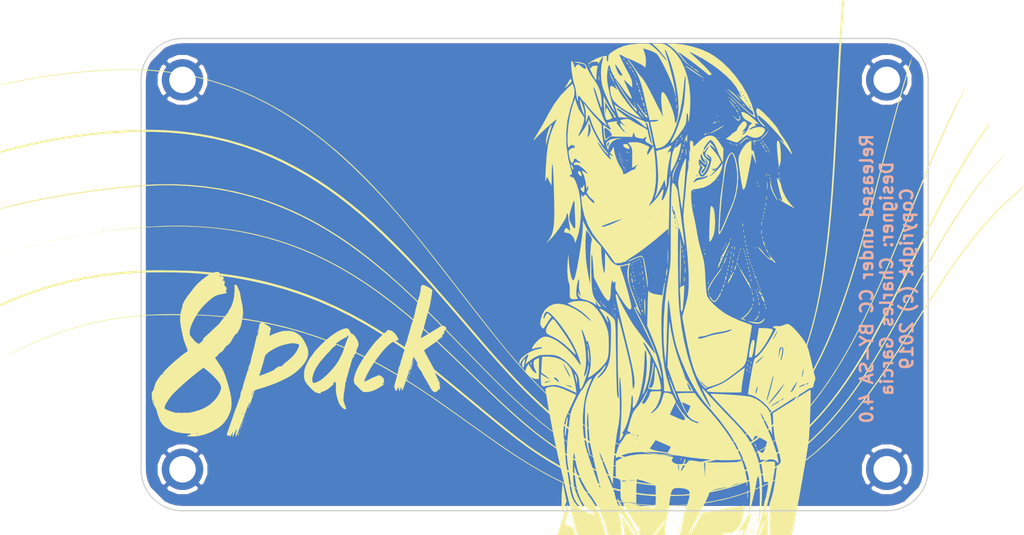
<source format=kicad_pcb>
(kicad_pcb (version 20171130) (host pcbnew 5.0.2-bee76a0~70~ubuntu18.04.1)
  (layers (0 F.Cu signal) (31 B.Cu signal) (34 B.Paste user) (35 F.Paste user) (36 B.SilkS user) (37 F.SilkS user) (38 B.Mask user) (39 F.Mask user) (44 Edge.Cuts user))
  (net 0 "")
  (net 1 GND)
  (module Connectors:1X01_NO_SILK (layer F.Cu) (at 226 74)
    (fp_text reference >NAME hide)
    (fp_text value >VALUE hide)
    (pad 1 thru_hole circle (at 0 0) (size 5 5) (drill 3.2) (layers *.Cu *.Mask) (net 1 GND))
  )
  (module Connectors:1X01_NO_SILK (layer F.Cu) (at 226 121)
    (fp_text reference >NAME hide)
    (fp_text value >VALUE hide)
    (pad 1 thru_hole circle (at 0 0) (size 5 5) (drill 3.2) (layers *.Cu *.Mask) (net 1 GND))
  )
  (module Connectors:1X01_NO_SILK (layer F.Cu) (at 141 121)
    (fp_text reference >NAME hide)
    (fp_text value >VALUE hide)
    (pad 1 thru_hole circle (at 0 0) (size 5 5) (drill 3.2) (layers *.Cu *.Mask) (net 1 GND))
  )
  (module Connectors:1X01_NO_SILK (layer F.Cu) (at 141 74)
    (fp_text reference >NAME hide)
    (fp_text value >VALUE hide)
    (pad 1 thru_hole circle (at 0 0) (size 5 5) (drill 3.2) (layers *.Cu *.Mask) (net 1 GND))
  )
  (module logos:logo_name (layer F.Cu) (at 156 107)
    (fp_text reference G*** hide)
    (fp_text value LOGO hide)
  )
  (module logos:bionic (layer F.Cu) (at 184 105)
    (fp_text reference G*** hide)
    (fp_text value LOGO hide)
  )
  (module logos:asuna (layer F.Cu) (at 197 119)
    (fp_text reference G*** hide)
    (fp_text value LOGO hide)
  )
  (gr_text "Released under CC BY-SA 4.0\nDesigner: Charles Garcia\nCopyright (c) 2019" (at 226 98 90) (layer B.SilkS) (effects (font (size 1.5 1.5) (thickness 0.3)) (justify mirror)))
  (gr_line (start 136 121) (end 136 74) (layer Edge.Cuts) (width 0.15))
  (gr_line (start 226 126) (end 141 126) (layer Edge.Cuts) (width 0.15))
  (gr_line (start 231 74) (end 231 121) (layer Edge.Cuts) (width 0.15))
  (gr_line (start 141 69) (end 226 69) (layer Edge.Cuts) (width 0.15))
  (gr_arc (start 226 74) (end 231 74) (angle -90) (layer Edge.Cuts) (width 0.15))
  (gr_arc (start 226 121) (end 226 126) (angle -90) (layer Edge.Cuts) (width 0.15))
  (gr_arc (start 141 121) (end 136 121) (angle -90) (layer Edge.Cuts) (width 0.15))
  (gr_arc (start 141 74) (end 141 69) (angle -90) (layer Edge.Cuts) (width 0.15))
  (zone (net 1) (net_name GND) (layer F.Cu) (connect_pads (clearance 0.508)) (min_thickness 0.254) (fill yes (arc_segments 16) (thermal_gap 0.508) (thermal_bridge_width 0.508))
    (polygon (pts (xy 226 69) (xy 228 70) (xy 230 72) (xy 231 74) (xy 231 121) (xy 230 123) (xy 228 125) (xy 226 126) (xy 141 126) (xy 139 125) (xy 137 123) (xy 136 121) (xy 136 74) (xy 137 72) (xy 139 70) (xy 141 69) (xy 224 69)))
  )
  (zone (net 1) (net_name GND) (layer B.Cu) (connect_pads (clearance 0.508)) (min_thickness 0.254) (fill yes (arc_segments 16) (thermal_gap 0.508) (thermal_bridge_width 0.508))
    (polygon (pts (xy 226 69) (xy 228 70) (xy 230 72) (xy 231 74) (xy 231 121) (xy 230 123) (xy 228 125) (xy 226 126) (xy 141 126) (xy 139 125) (xy 137 123) (xy 136 121) (xy 136 74) (xy 137 72) (xy 139 70) (xy 141 69)))
  )
)
</source>
